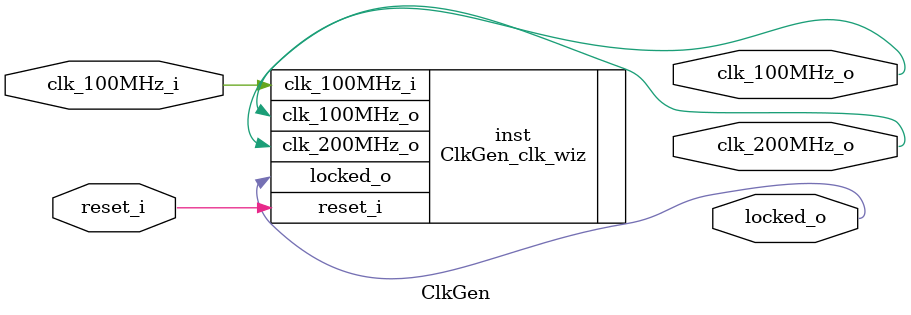
<source format=v>


`timescale 1ps/1ps

(* CORE_GENERATION_INFO = "ClkGen,clk_wiz_v6_0_6_0_0,{component_name=ClkGen,use_phase_alignment=true,use_min_o_jitter=false,use_max_i_jitter=false,use_dyn_phase_shift=false,use_inclk_switchover=false,use_dyn_reconfig=false,enable_axi=0,feedback_source=FDBK_AUTO,PRIMITIVE=MMCM,num_out_clk=2,clkin1_period=10.000,clkin2_period=10.000,use_power_down=false,use_reset=true,use_locked=true,use_inclk_stopped=false,feedback_type=SINGLE,CLOCK_MGR_TYPE=NA,manual_override=false}" *)

module ClkGen 
 (
  // Clock out ports
  output        clk_100MHz_o,
  output        clk_200MHz_o,
  // Status and control signals
  input         reset_i,
  output        locked_o,
 // Clock in ports
  input         clk_100MHz_i
 );

  ClkGen_clk_wiz inst
  (
  // Clock out ports  
  .clk_100MHz_o(clk_100MHz_o),
  .clk_200MHz_o(clk_200MHz_o),
  // Status and control signals               
  .reset_i(reset_i), 
  .locked_o(locked_o),
 // Clock in ports
  .clk_100MHz_i(clk_100MHz_i)
  );

endmodule

</source>
